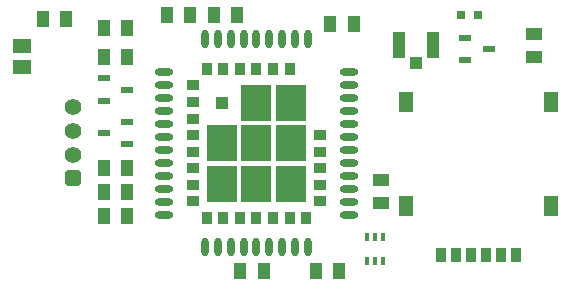
<source format=gbr>
G04*
G04 #@! TF.GenerationSoftware,Altium Limited,Altium Designer,23.0.1 (38)*
G04*
G04 Layer_Color=255*
%FSLAX25Y25*%
%MOIN*%
G70*
G04*
G04 #@! TF.SameCoordinates,7EA281D9-4360-43E8-82A8-E858FA6B50C7*
G04*
G04*
G04 #@! TF.FilePolarity,Positive*
G04*
G01*
G75*
%ADD16R,0.05118X0.07087*%
%ADD17R,0.03543X0.04724*%
%ADD18R,0.01181X0.02756*%
%ADD19R,0.05315X0.04134*%
%ADD20R,0.04134X0.05315*%
%ADD21R,0.05906X0.04724*%
%ADD22R,0.03937X0.02362*%
%ADD23R,0.03150X0.03150*%
%ADD24R,0.04331X0.08858*%
%ADD25R,0.04134X0.04331*%
%ADD46R,0.03937X0.03937*%
%ADD47R,0.10236X0.12205*%
%ADD48R,0.03543X0.04331*%
%ADD49R,0.04331X0.03543*%
%ADD50O,0.02362X0.06299*%
%ADD51O,0.06299X0.02362*%
G04:AMPARAMS|DCode=56|XSize=55.12mil|YSize=55.12mil|CornerRadius=13.78mil|HoleSize=0mil|Usage=FLASHONLY|Rotation=90.000|XOffset=0mil|YOffset=0mil|HoleType=Round|Shape=RoundedRectangle|*
%AMROUNDEDRECTD56*
21,1,0.05512,0.02756,0,0,90.0*
21,1,0.02756,0.05512,0,0,90.0*
1,1,0.02756,0.01378,0.01378*
1,1,0.02756,0.01378,-0.01378*
1,1,0.02756,-0.01378,-0.01378*
1,1,0.02756,-0.01378,0.01378*
%
%ADD56ROUNDEDRECTD56*%
%ADD57C,0.05512*%
D16*
X432787Y263287D02*
D03*
Y228642D02*
D03*
X481213Y263287D02*
D03*
Y228642D02*
D03*
D17*
X444500Y212500D02*
D03*
X454500D02*
D03*
X464500D02*
D03*
X449500D02*
D03*
X459500D02*
D03*
X469500D02*
D03*
D18*
X425059Y218437D02*
D03*
X422500D02*
D03*
X419941D02*
D03*
Y210563D02*
D03*
X422500D02*
D03*
X425059D02*
D03*
D19*
X424500Y229661D02*
D03*
Y237339D02*
D03*
X475500Y286000D02*
D03*
Y278323D02*
D03*
D20*
X410500Y207000D02*
D03*
X385339D02*
D03*
X319500Y291000D02*
D03*
X311823D02*
D03*
X332161Y233500D02*
D03*
X339839D02*
D03*
X339839Y241500D02*
D03*
X332161D02*
D03*
X339839Y288000D02*
D03*
X332161D02*
D03*
X340000Y225500D02*
D03*
X332323D02*
D03*
X332161Y278500D02*
D03*
X339839D02*
D03*
X377661Y207000D02*
D03*
X402823D02*
D03*
X376500Y292500D02*
D03*
X368823D02*
D03*
X360839D02*
D03*
X353161D02*
D03*
X407661Y289500D02*
D03*
X415339D02*
D03*
D21*
X305000Y282043D02*
D03*
Y274957D02*
D03*
D22*
X452563Y284740D02*
D03*
Y277260D02*
D03*
X460437Y281000D02*
D03*
X339937Y249260D02*
D03*
Y256740D02*
D03*
X332063Y253000D02*
D03*
Y271240D02*
D03*
Y263760D02*
D03*
X339937Y267500D02*
D03*
D23*
X451047Y292500D02*
D03*
X456953D02*
D03*
D24*
X430386Y282500D02*
D03*
X442000D02*
D03*
D25*
X436193Y276398D02*
D03*
D46*
X371583Y263000D02*
D03*
D47*
X383000D02*
D03*
X394417D02*
D03*
X371583Y249614D02*
D03*
X383000D02*
D03*
X394417D02*
D03*
X371583Y236228D02*
D03*
X383000D02*
D03*
X394417D02*
D03*
D48*
X366465Y274417D02*
D03*
X371976D02*
D03*
X377488D02*
D03*
X383000D02*
D03*
X388512D02*
D03*
X394024D02*
D03*
X399535Y224811D02*
D03*
X394024D02*
D03*
X388512D02*
D03*
X383000D02*
D03*
X377488D02*
D03*
X371976D02*
D03*
X366465D02*
D03*
D49*
X404063Y252370D02*
D03*
Y246858D02*
D03*
Y241347D02*
D03*
Y235835D02*
D03*
Y230323D02*
D03*
X361937D02*
D03*
Y235835D02*
D03*
Y241347D02*
D03*
Y246858D02*
D03*
Y252370D02*
D03*
Y257882D02*
D03*
Y263394D02*
D03*
Y268905D02*
D03*
D50*
X365677Y284260D02*
D03*
X370008D02*
D03*
X374339D02*
D03*
X378669D02*
D03*
X383000D02*
D03*
X387331D02*
D03*
X391661D02*
D03*
X395992D02*
D03*
X400323D02*
D03*
Y214968D02*
D03*
X395992D02*
D03*
X391661D02*
D03*
X387331D02*
D03*
X383000D02*
D03*
X378669D02*
D03*
X374339D02*
D03*
X370008D02*
D03*
X365677D02*
D03*
D51*
X413905Y273433D02*
D03*
Y269102D02*
D03*
Y264772D02*
D03*
Y260441D02*
D03*
Y256110D02*
D03*
Y251780D02*
D03*
Y247449D02*
D03*
Y243118D02*
D03*
Y238787D02*
D03*
Y234457D02*
D03*
Y230126D02*
D03*
Y225795D02*
D03*
X352095D02*
D03*
Y230126D02*
D03*
Y234457D02*
D03*
Y238787D02*
D03*
Y243118D02*
D03*
Y247449D02*
D03*
Y251780D02*
D03*
Y256110D02*
D03*
Y260441D02*
D03*
Y264772D02*
D03*
Y269102D02*
D03*
Y273433D02*
D03*
D56*
X322000Y238000D02*
D03*
D57*
Y245874D02*
D03*
Y253748D02*
D03*
Y261622D02*
D03*
M02*

</source>
